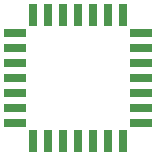
<source format=gbr>
%TF.GenerationSoftware,KiCad,Pcbnew,(5.1.6)-1*%
%TF.CreationDate,2021-02-27T12:52:12+00:00*%
%TF.ProjectId,EgretCudaAdapter,45677265-7443-4756-9461-416461707465,rev?*%
%TF.SameCoordinates,Original*%
%TF.FileFunction,Paste,Top*%
%TF.FilePolarity,Positive*%
%FSLAX46Y46*%
G04 Gerber Fmt 4.6, Leading zero omitted, Abs format (unit mm)*
G04 Created by KiCad (PCBNEW (5.1.6)-1) date 2021-02-27 12:52:12*
%MOMM*%
%LPD*%
G01*
G04 APERTURE LIST*
%ADD10R,1.925000X0.700000*%
%ADD11R,0.700000X1.925000*%
G04 APERTURE END LIST*
D10*
%TO.C,344S0440-B*%
X121677500Y-71810000D03*
X121677500Y-70540000D03*
X121677500Y-69270000D03*
X121677500Y-68000000D03*
X121677500Y-66730000D03*
X121677500Y-65460000D03*
X121677500Y-64190000D03*
D11*
X123190000Y-62677500D03*
X124460000Y-62677500D03*
X125730000Y-62677500D03*
X127000000Y-62677500D03*
X128270000Y-62677500D03*
X129540000Y-62677500D03*
X130810000Y-62677500D03*
D10*
X132322500Y-64190000D03*
X132322500Y-65460000D03*
X132322500Y-66730000D03*
X132322500Y-68000000D03*
X132322500Y-69270000D03*
X132322500Y-70540000D03*
X132322500Y-71810000D03*
D11*
X123190000Y-73322500D03*
X124460000Y-73322500D03*
X125730000Y-73322500D03*
X130810000Y-73322500D03*
X129540000Y-73322500D03*
X128270000Y-73322500D03*
X127000000Y-73322500D03*
%TD*%
M02*

</source>
